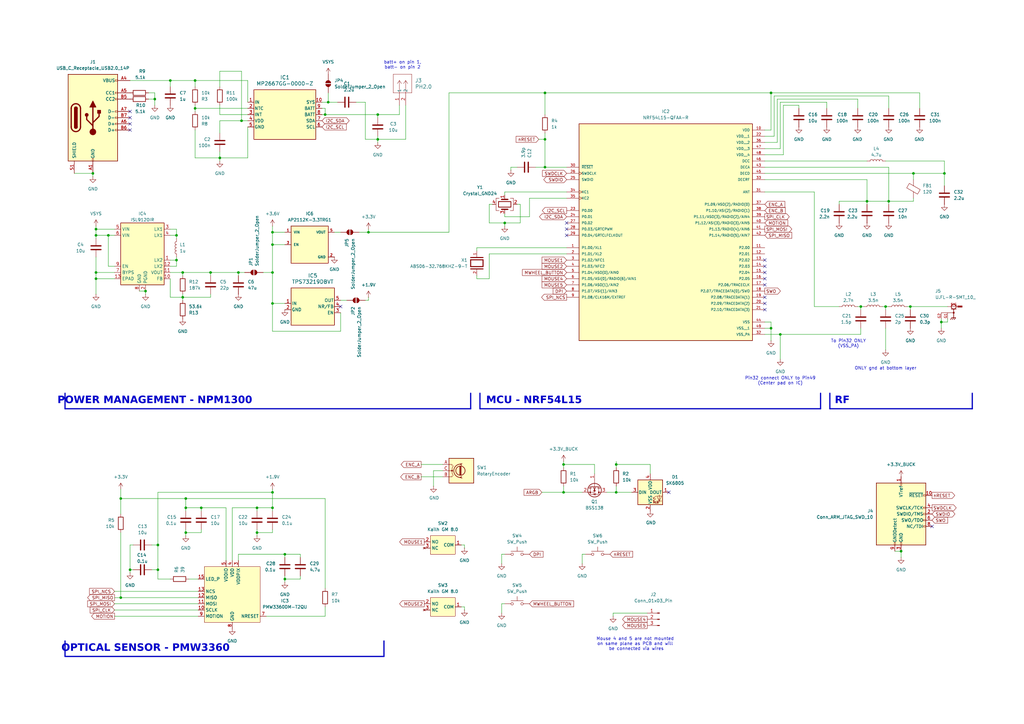
<source format=kicad_sch>
(kicad_sch (version 20231120) (generator "eeschema") (generator_version "8.0")
  (paper "A3")
  (title_block (title "RemmyRF") (date "2025-09-17") (rev "1.0"))
  (junction (at 105.41 208.28))
  (junction (at 105.41 218.44))
  (junction (at 64.77 223.52))
  (junction (at 39.37 111.76))
  (junction (at 64.77 233.68))
  (junction (at 44.45 96.52))
  (junction (at 39.37 114.3))
  (junction (at 364.49 82.55))
  (junction (at 38.1 71.12))
  (junction (at 151.13 95.25))
  (junction (at 49.53 245.11))
  (junction (at 63.5 40.64))
  (junction (at 374.65 71.12))
  (junction (at 316.23 38.1))
  (junction (at 353.06 125.73))
  (junction (at 82.55 208.28))
  (junction (at 97.79 111.76))
  (junction (at 223.52 57.15))
  (junction (at 116.84 237.49))
  (junction (at 111.76 208.28))
  (junction (at 80.01 44.45))
  (junction (at 111.76 100.33))
  (junction (at 116.84 227.33))
  (junction (at 72.39 106.68))
  (junction (at 134.62 41.91))
  (junction (at 231.14 201.93))
  (junction (at 69.85 33.02))
  (junction (at 369.57 226.06))
  (junction (at 355.6 82.55))
  (junction (at 76.2 208.28))
  (junction (at 386.08 132.08))
  (junction (at 316.23 134.62))
  (junction (at 111.76 95.25))
  (junction (at 373.38 125.73))
  (junction (at 133.35 46.99))
  (junction (at 320.04 137.16))
  (junction (at 223.52 68.58))
  (junction (at 53.34 233.68))
  (junction (at 111.76 111.76))
  (junction (at 39.37 93.98))
  (junction (at 49.53 204.47))
  (junction (at 231.14 190.5))
  (junction (at 387.35 71.12))
  (junction (at 76.2 218.44))
  (junction (at 223.52 38.1))
  (junction (at 74.93 121.92))
  (junction (at 154.94 57.15))
  (junction (at 207.01 91.44))
  (junction (at 72.39 96.52))
  (junction (at 76.2 204.47))
  (junction (at 252.73 190.5))
  (junction (at 111.76 201.93))
  (junction (at 99.06 49.53))
  (junction (at 59.69 119.38))
  (junction (at 252.73 201.93))
  (junction (at 363.22 125.73))
  (junction (at 80.01 33.02))
  (junction (at 86.36 111.76))
  (junction (at 154.94 46.99))
  (junction (at 39.37 96.52))
  (junction (at 74.93 111.76))
  (junction (at 111.76 124.46))
  (junction (at 90.17 64.77))
  (no_connect (at 53.34 53.34))
  (no_connect (at 313.69 114.3))
  (no_connect (at 313.69 116.84))
  (no_connect (at 232.41 93.98))
  (no_connect (at 53.34 45.72))
  (no_connect (at 313.69 106.68))
  (no_connect (at 53.34 48.26))
  (no_connect (at 313.69 124.46))
  (no_connect (at 313.69 121.92))
  (no_connect (at 139.7 125.73))
  (no_connect (at 313.69 109.22))
  (no_connect (at 232.41 91.44))
  (no_connect (at 313.69 127))
  (no_connect (at 53.34 50.8))
  (no_connect (at 382.27 215.9))
  (no_connect (at 313.69 111.76))
  (no_connect (at 274.32 201.93))
  (no_connect (at 232.41 96.52))
  (polyline (pts (xy 193.04 167.64) (xy 193.04 161.29)) (stroke (width 0.5)))
  (wire (pts (xy 220.98 57.15) (xy 223.52 57.15)))
  (wire (pts (xy 39.37 96.52) (xy 44.45 96.52)))
  (wire (pts (xy 318.77 58.42) (xy 313.69 58.42)))
  (wire (pts (xy 116.84 227.33) (xy 123.19 227.33)))
  (wire (pts (xy 69.85 121.92) (xy 74.93 121.92)))
  (wire (pts (xy 316.23 53.34) (xy 313.69 53.34)))
  (wire (pts (xy 64.77 201.93) (xy 64.77 223.52)))
  (wire (pts (xy 154.94 46.99) (xy 154.94 48.26)))
  (wire (pts (xy 54.61 233.68) (xy 53.34 233.68)))
  (wire (pts (xy 212.09 83.82) (xy 213.36 83.82)))
  (wire (pts (xy 374.65 71.12) (xy 387.35 71.12)))
  (wire (pts (xy 251.46 251.46) (xy 265.43 251.46)))
  (wire (pts (xy 364.49 39.37) (xy 364.49 44.45)))
  (wire (pts (xy 111.76 200.66) (xy 111.76 201.93)))
  (wire (pts (xy 205.74 231.14) (xy 205.74 227.33)))
  (wire (pts (xy 195.58 101.6) (xy 195.58 102.87)))
  (wire (pts (xy 39.37 114.3) (xy 46.99 114.3)))
  (wire (pts (xy 151.13 95.25) (xy 147.32 95.25)))
  (wire (pts (xy 320.04 41.91) (xy 320.04 60.96)))
  (wire (pts (xy 363.22 143.51) (xy 363.22 134.62)))
  (wire (pts (xy 217.17 88.9) (xy 217.17 81.28)))
  (polyline (pts (xy 26.67 167.64) (xy 193.04 167.64)) (stroke (width 0.5)))
  (wire (pts (xy 133.35 44.45) (xy 133.35 46.99)))
  (wire (pts (xy 151.13 123.19) (xy 149.86 123.19)))
  (polyline (pts (xy 340.36 167.64) (xy 398.78 167.64)) (stroke (width 0.5)))
  (wire (pts (xy 86.36 120.65) (xy 86.36 121.92)))
  (wire (pts (xy 200.66 91.44) (xy 200.66 83.82)))
  (wire (pts (xy 266.7 194.31) (xy 266.7 190.5)))
  (wire (pts (xy 111.76 217.17) (xy 111.76 218.44)))
  (wire (pts (xy 111.76 100.33) (xy 116.84 100.33)))
  (polyline (pts (xy 340.36 161.29) (xy 340.36 167.64)) (stroke (width 0.5)))
  (wire (pts (xy 205.74 247.65) (xy 207.01 247.65)))
  (wire (pts (xy 149.86 41.91) (xy 149.86 57.15)))
  (wire (pts (xy 231.14 189.23) (xy 231.14 190.5)))
  (wire (pts (xy 90.17 43.18) (xy 90.17 46.99)))
  (wire (pts (xy 223.52 57.15) (xy 223.52 68.58)))
  (wire (pts (xy 374.65 71.12) (xy 374.65 73.66)))
  (wire (pts (xy 86.36 111.76) (xy 97.79 111.76)))
  (wire (pts (xy 353.06 125.73) (xy 353.06 127)))
  (wire (pts (xy 105.41 208.28) (xy 95.25 208.28)))
  (wire (pts (xy 53.34 33.02) (xy 69.85 33.02)))
  (wire (pts (xy 133.35 46.99) (xy 154.94 46.99)))
  (wire (pts (xy 111.76 218.44) (xy 105.41 218.44)))
  (wire (pts (xy 184.15 38.1) (xy 223.52 38.1)))
  (wire (pts (xy 80.01 64.77) (xy 90.17 64.77)))
  (wire (pts (xy 207.01 88.9) (xy 217.17 88.9)))
  (wire (pts (xy 82.55 208.28) (xy 92.71 208.28)))
  (wire (pts (xy 386.08 130.81) (xy 386.08 132.08)))
  (wire (pts (xy 69.85 33.02) (xy 69.85 35.56)))
  (wire (pts (xy 133.35 248.92) (xy 133.35 252.73)))
  (wire (pts (xy 133.35 252.73) (xy 109.22 252.73)))
  (wire (pts (xy 60.96 38.1) (xy 63.5 38.1)))
  (wire (pts (xy 243.84 194.31) (xy 243.84 190.5)))
  (wire (pts (xy 57.15 119.38) (xy 59.69 119.38)))
  (wire (pts (xy 46.99 245.11) (xy 49.53 245.11)))
  (wire (pts (xy 39.37 114.3) (xy 39.37 120.65)))
  (wire (pts (xy 39.37 93.98) (xy 39.37 96.52)))
  (wire (pts (xy 59.69 119.38) (xy 59.69 120.65)))
  (wire (pts (xy 90.17 35.56) (xy 90.17 29.21)))
  (wire (pts (xy 154.94 46.99) (xy 163.83 46.99)))
  (wire (pts (xy 231.14 201.93) (xy 238.76 201.93)))
  (wire (pts (xy 134.62 41.91) (xy 138.43 41.91)))
  (wire (pts (xy 111.76 111.76) (xy 111.76 124.46)))
  (wire (pts (xy 344.17 82.55) (xy 355.6 82.55)))
  (wire (pts (xy 344.17 83.82) (xy 344.17 82.55)))
  (wire (pts (xy 69.85 106.68) (xy 72.39 106.68)))
  (wire (pts (xy 377.19 38.1) (xy 377.19 44.45)))
  (wire (pts (xy 177.8 199.39) (xy 177.8 193.04)))
  (wire (pts (xy 92.71 208.28) (xy 92.71 229.87)))
  (wire (pts (xy 334.01 125.73) (xy 344.17 125.73)))
  (wire (pts (xy 205.74 227.33) (xy 207.01 227.33)))
  (wire (pts (xy 62.23 223.52) (xy 64.77 223.52)))
  (wire (pts (xy 101.6 52.07) (xy 101.6 64.77)))
  (wire (pts (xy 213.36 83.82) (xy 213.36 91.44)))
  (wire (pts (xy 80.01 44.45) (xy 80.01 45.72)))
  (wire (pts (xy 374.65 82.55) (xy 364.49 82.55)))
  (wire (pts (xy 82.55 217.17) (xy 82.55 218.44)))
  (wire (pts (xy 74.93 111.76) (xy 74.93 113.03)))
  (wire (pts (xy 44.45 109.22) (xy 46.99 109.22)))
  (wire (pts (xy 74.93 121.92) (xy 74.93 123.19)))
  (wire (pts (xy 154.94 58.42) (xy 154.94 57.15)))
  (wire (pts (xy 172.72 190.5) (xy 181.61 190.5)))
  (wire (pts (xy 111.76 209.55) (xy 111.76 208.28)))
  (wire (pts (xy 321.31 63.5) (xy 313.69 63.5)))
  (wire (pts (xy 154.94 57.15) (xy 154.94 55.88)))
  (wire (pts (xy 49.53 200.66) (xy 49.53 204.47)))
  (wire (pts (xy 133.35 204.47) (xy 133.35 241.3)))
  (wire (pts (xy 351.79 40.64) (xy 351.79 44.45)))
  (wire (pts (xy 252.73 199.39) (xy 252.73 201.93)))
  (wire (pts (xy 316.23 38.1) (xy 377.19 38.1)))
  (wire (pts (xy 373.38 127) (xy 373.38 125.73)))
  (wire (pts (xy 320.04 147.32) (xy 320.04 137.16)))
  (polyline (pts (xy 398.78 167.64) (xy 398.78 161.29)) (stroke (width 0.5)))
  (wire (pts (xy 76.2 208.28) (xy 76.2 209.55)))
  (wire (pts (xy 76.2 217.17) (xy 76.2 218.44)))
  (wire (pts (xy 39.37 93.98) (xy 46.99 93.98)))
  (wire (pts (xy 137.16 95.25) (xy 139.7 95.25)))
  (wire (pts (xy 317.5 39.37) (xy 317.5 55.88)))
  (wire (pts (xy 39.37 92.71) (xy 39.37 93.98)))
  (wire (pts (xy 82.55 209.55) (xy 82.55 208.28)))
  (wire (pts (xy 238.76 231.14) (xy 238.76 227.33)))
  (wire (pts (xy 134.62 38.1) (xy 134.62 41.91)))
  (wire (pts (xy 46.99 242.57) (xy 81.28 242.57)))
  (wire (pts (xy 266.7 190.5) (xy 252.73 190.5)))
  (wire (pts (xy 207.01 91.44) (xy 200.66 91.44)))
  (wire (pts (xy 49.53 218.44) (xy 49.53 245.11)))
  (polyline (pts (xy 26.67 262.89) (xy 26.67 269.24)) (stroke (width 0.5)))
  (wire (pts (xy 90.17 64.77) (xy 90.17 62.23)))
  (wire (pts (xy 219.71 68.58) (xy 223.52 68.58)))
  (wire (pts (xy 81.28 237.49) (xy 77.47 237.49)))
  (wire (pts (xy 105.41 218.44) (xy 105.41 219.71)))
  (wire (pts (xy 46.99 247.65) (xy 81.28 247.65)))
  (wire (pts (xy 320.04 137.16) (xy 353.06 137.16)))
  (wire (pts (xy 90.17 66.04) (xy 90.17 64.77)))
  (wire (pts (xy 313.69 134.62) (xy 316.23 134.62)))
  (wire (pts (xy 72.39 106.68) (xy 72.39 105.41)))
  (wire (pts (xy 69.85 111.76) (xy 74.93 111.76)))
  (wire (pts (xy 313.69 66.04) (xy 355.6 66.04)))
  (wire (pts (xy 184.15 95.25) (xy 184.15 38.1)))
  (wire (pts (xy 353.06 137.16) (xy 353.06 134.62)))
  (wire (pts (xy 316.23 134.62) (xy 316.23 139.7)))
  (wire (pts (xy 363.22 66.04) (xy 387.35 66.04)))
  (wire (pts (xy 316.23 38.1) (xy 316.23 53.34)))
  (wire (pts (xy 97.79 111.76) (xy 97.79 113.03)))
  (wire (pts (xy 123.19 227.33) (xy 123.19 228.6)))
  (wire (pts (xy 76.2 218.44) (xy 76.2 219.71)))
  (wire (pts (xy 72.39 97.79) (xy 72.39 96.52)))
  (wire (pts (xy 177.8 193.04) (xy 181.61 193.04)))
  (wire (pts (xy 97.79 111.76) (xy 100.33 111.76)))
  (wire (pts (xy 53.34 223.52) (xy 53.34 233.68)))
  (wire (pts (xy 72.39 93.98) (xy 72.39 96.52)))
  (wire (pts (xy 388.62 132.08) (xy 386.08 132.08)))
  (wire (pts (xy 252.73 201.93) (xy 259.08 201.93)))
  (wire (pts (xy 111.76 111.76) (xy 107.95 111.76)))
  (wire (pts (xy 90.17 54.61) (xy 90.17 49.53)))
  (wire (pts (xy 132.08 41.91) (xy 134.62 41.91)))
  (wire (pts (xy 207.01 87.63) (xy 207.01 88.9)))
  (wire (pts (xy 90.17 46.99) (xy 101.6 46.99)))
  (wire (pts (xy 200.66 83.82) (xy 201.93 83.82)))
  (wire (pts (xy 64.77 201.93) (xy 111.76 201.93)))
  (wire (pts (xy 53.34 223.52) (xy 54.61 223.52)))
  (wire (pts (xy 363.22 125.73) (xy 363.22 127)))
  (polyline (pts (xy 196.85 167.64) (xy 336.55 167.64)) (stroke (width 0.5)))
  (wire (pts (xy 39.37 111.76) (xy 46.99 111.76)))
  (wire (pts (xy 116.84 227.33) (xy 97.79 227.33)))
  (wire (pts (xy 99.06 29.21) (xy 99.06 49.53)))
  (wire (pts (xy 80.01 43.18) (xy 80.01 44.45)))
  (wire (pts (xy 123.19 236.22) (xy 123.19 237.49)))
  (wire (pts (xy 313.69 68.58) (xy 364.49 68.58)))
  (wire (pts (xy 243.84 190.5) (xy 231.14 190.5)))
  (wire (pts (xy 76.2 204.47) (xy 133.35 204.47)))
  (wire (pts (xy 139.7 123.19) (xy 142.24 123.19)))
  (wire (pts (xy 44.45 96.52) (xy 46.99 96.52)))
  (wire (pts (xy 321.31 43.18) (xy 327.66 43.18)))
  (wire (pts (xy 101.6 33.02) (xy 101.6 41.91)))
  (wire (pts (xy 351.79 125.73) (xy 353.06 125.73)))
  (wire (pts (xy 223.52 38.1) (xy 223.52 46.99)))
  (wire (pts (xy 111.76 208.28) (xy 105.41 208.28)))
  (wire (pts (xy 82.55 218.44) (xy 76.2 218.44)))
  (wire (pts (xy 151.13 93.98) (xy 151.13 95.25)))
  (wire (pts (xy 149.86 57.15) (xy 154.94 57.15)))
  (polyline (pts (xy 336.55 167.64) (xy 336.55 161.29)) (stroke (width 0.5)))
  (wire (pts (xy 251.46 252.73) (xy 251.46 251.46)))
  (wire (pts (xy 195.58 114.3) (xy 200.66 114.3)))
  (wire (pts (xy 320.04 60.96) (xy 313.69 60.96)))
  (wire (pts (xy 369.57 226.06) (xy 369.57 228.6)))
  (wire (pts (xy 207.01 78.74) (xy 232.41 78.74)))
  (wire (pts (xy 363.22 125.73) (xy 364.49 125.73)))
  (wire (pts (xy 213.36 91.44) (xy 207.01 91.44)))
  (wire (pts (xy 72.39 109.22) (xy 72.39 106.68)))
  (wire (pts (xy 223.52 54.61) (xy 223.52 57.15)))
  (wire (pts (xy 149.86 41.91) (xy 146.05 41.91)))
  (wire (pts (xy 74.93 120.65) (xy 74.93 121.92)))
  (wire (pts (xy 151.13 95.25) (xy 184.15 95.25)))
  (wire (pts (xy 90.17 29.21) (xy 99.06 29.21)))
  (wire (pts (xy 38.1 72.39) (xy 38.1 71.12)))
  (wire (pts (xy 355.6 82.55) (xy 364.49 82.55)))
  (wire (pts (xy 373.38 125.73) (xy 372.11 125.73)))
  (wire (pts (xy 327.66 43.18) (xy 327.66 44.45)))
  (wire (pts (xy 80.01 33.02) (xy 101.6 33.02)))
  (wire (pts (xy 353.06 125.73) (xy 354.33 125.73)))
  (wire (pts (xy 116.84 236.22) (xy 116.84 237.49)))
  (wire (pts (xy 64.77 237.49) (xy 69.85 237.49)))
  (wire (pts (xy 387.35 66.04) (xy 387.35 71.12)))
  (wire (pts (xy 364.49 83.82) (xy 364.49 82.55)))
  (wire (pts (xy 318.77 40.64) (xy 318.77 58.42)))
  (wire (pts (xy 69.85 109.22) (xy 72.39 109.22)))
  (wire (pts (xy 320.04 41.91) (xy 339.09 41.91)))
  (wire (pts (xy 166.37 57.15) (xy 154.94 57.15)))
  (wire (pts (xy 172.72 195.58) (xy 181.61 195.58)))
  (wire (pts (xy 223.52 38.1) (xy 316.23 38.1)))
  (wire (pts (xy 313.69 71.12) (xy 374.65 71.12)))
  (wire (pts (xy 195.58 113.03) (xy 195.58 114.3)))
  (polyline (pts (xy 157.48 269.24) (xy 157.48 262.89)) (stroke (width 0.5)))
  (wire (pts (xy 46.99 252.73) (xy 81.28 252.73)))
  (wire (pts (xy 318.77 40.64) (xy 351.79 40.64)))
  (wire (pts (xy 317.5 55.88) (xy 313.69 55.88)))
  (wire (pts (xy 46.99 250.19) (xy 81.28 250.19)))
  (wire (pts (xy 80.01 53.34) (xy 80.01 64.77)))
  (wire (pts (xy 74.93 111.76) (xy 86.36 111.76)))
  (polyline (pts (xy 26.67 161.29) (xy 26.67 167.64)) (stroke (width 0.5)))
  (wire (pts (xy 111.76 100.33) (xy 111.76 111.76)))
  (wire (pts (xy 238.76 227.33) (xy 240.03 227.33)))
  (wire (pts (xy 166.37 43.18) (xy 166.37 57.15)))
  (wire (pts (xy 217.17 81.28) (xy 232.41 81.28)))
  (wire (pts (xy 387.35 71.12) (xy 387.35 76.2)))
  (wire (pts (xy 200.66 104.14) (xy 232.41 104.14)))
  (wire (pts (xy 339.09 41.91) (xy 339.09 44.45)))
  (wire (pts (xy 321.31 43.18) (xy 321.31 63.5)))
  (wire (pts (xy 189.23 223.52) (xy 190.5 223.52)))
  (wire (pts (xy 190.5 248.92) (xy 190.5 250.19)))
  (wire (pts (xy 316.23 132.08) (xy 313.69 132.08)))
  (wire (pts (xy 76.2 204.47) (xy 76.2 208.28)))
  (wire (pts (xy 105.41 208.28) (xy 105.41 209.55)))
  (wire (pts (xy 53.34 234.95) (xy 53.34 233.68)))
  (wire (pts (xy 163.83 46.99) (xy 163.83 43.18)))
  (wire (pts (xy 63.5 40.64) (xy 63.5 43.18)))
  (wire (pts (xy 313.69 73.66) (xy 355.6 73.66)))
  (wire (pts (xy 355.6 82.55) (xy 355.6 83.82)))
  (wire (pts (xy 90.17 64.77) (xy 101.6 64.77)))
  (wire (pts (xy 231.14 191.77) (xy 231.14 190.5)))
  (wire (pts (xy 139.7 128.27) (xy 139.7 135.89)))
  (wire (pts (xy 252.73 190.5) (xy 252.73 191.77)))
  (wire (pts (xy 231.14 199.39) (xy 231.14 201.93)))
  (wire (pts (xy 69.85 93.98) (xy 72.39 93.98)))
  (wire (pts (xy 190.5 223.52) (xy 190.5 224.79)))
  (wire (pts (xy 39.37 111.76) (xy 39.37 114.3)))
  (wire (pts (xy 111.76 124.46) (xy 116.84 124.46)))
  (wire (pts (xy 111.76 124.46) (xy 111.76 135.89)))
  (wire (pts (xy 207.01 92.71) (xy 207.01 91.44)))
  (wire (pts (xy 116.84 228.6) (xy 116.84 227.33)))
  (wire (pts (xy 95.25 208.28) (xy 95.25 229.87)))
  (wire (pts (xy 388.62 130.81) (xy 388.62 132.08)))
  (wire (pts (xy 90.17 49.53) (xy 99.06 49.53)))
  (wire (pts (xy 80.01 33.02) (xy 80.01 35.56)))
  (wire (pts (xy 317.5 39.37) (xy 364.49 39.37)))
  (wire (pts (xy 373.38 125.73) (xy 388.62 125.73)))
  (wire (pts (xy 49.53 204.47) (xy 49.53 210.82)))
  (wire (pts (xy 133.35 46.99) (xy 132.08 46.99)))
  (wire (pts (xy 116.84 237.49) (xy 116.84 238.76)))
  (wire (pts (xy 76.2 208.28) (xy 82.55 208.28)))
  (wire (pts (xy 86.36 111.76) (xy 86.36 113.03)))
  (wire (pts (xy 30.48 71.12) (xy 38.1 71.12)))
  (wire (pts (xy 123.19 237.49) (xy 116.84 237.49)))
  (wire (pts (xy 111.76 95.25) (xy 111.76 100.33)))
  (wire (pts (xy 222.25 201.93) (xy 231.14 201.93)))
  (wire (pts (xy 39.37 96.52) (xy 39.37 97.79)))
  (wire (pts (xy 44.45 109.22) (xy 44.45 96.52)))
  (wire (pts (xy 80.01 44.45) (xy 101.6 44.45)))
  (wire (pts (xy 313.69 78.74) (xy 334.01 78.74)))
  (wire (pts (xy 316.23 132.08) (xy 316.23 134.62)))
  (wire (pts (xy 223.52 68.58) (xy 232.41 68.58)))
  (wire (pts (xy 200.66 114.3) (xy 200.66 104.14)))
  (wire (pts (xy 209.55 69.85) (xy 209.55 68.58)))
  (wire (pts (xy 207.01 80.01) (xy 207.01 78.74)))
  (wire (pts (xy 64.77 223.52) (xy 64.77 233.68)))
  (wire (pts (xy 60.96 40.64) (xy 63.5 40.64)))
  (wire (pts (xy 205.74 251.46) (xy 205.74 247.65)))
  (wire (pts (xy 72.39 96.52) (xy 69.85 96.52)))
  (wire (pts (xy 132.08 44.45) (xy 133.35 44.45)))
  (wire (pts (xy 69.85 33.02) (xy 80.01 33.02)))
  (wire (pts (xy 49.53 245.11) (xy 81.28 245.11)))
  (wire (pts (xy 189.23 248.92) (xy 190.5 248.92)))
  (wire (pts (xy 209.55 68.58) (xy 212.09 68.58)))
  (wire (pts (xy 232.41 101.6) (xy 195.58 101.6)))
  (wire (pts (xy 49.53 204.47) (xy 76.2 204.47)))
  (wire (pts (xy 105.41 217.17) (xy 105.41 218.44)))
  (wire (pts (xy 64.77 233.68) (xy 64.77 237.49)))
  (wire (pts (xy 313.69 137.16) (xy 320.04 137.16)))
  (wire (pts (xy 111.76 92.71) (xy 111.76 95.25)))
  (wire (pts (xy 355.6 73.66) (xy 355.6 82.55)))
  (polyline (pts (xy 196.85 161.29) (xy 196.85 167.64)) (stroke (width 0.5)))
  (wire (pts (xy 364.49 82.55) (xy 364.49 68.58)))
  (wire (pts (xy 367.03 226.06) (xy 369.57 226.06)))
  (wire (pts (xy 99.06 49.53) (xy 101.6 49.53)))
  (wire (pts (xy 111.76 201.93) (xy 111.76 208.28)))
  (wire (pts (xy 111.76 135.89) (xy 139.7 135.89)))
  (wire (pts (xy 63.5 38.1) (xy 63.5 40.64)))
  (wire (pts (xy 62.23 233.68) (xy 64.77 233.68)))
  (wire (pts (xy 97.79 227.33) (xy 97.79 229.87)))
  (wire (pts (xy 151.13 121.92) (xy 151.13 123.19)))
  (wire (pts (xy 74.93 121.92) (xy 86.36 121.92)))
  (wire (pts (xy 111.76 95.25) (xy 116.84 95.25)))
  (wire (pts (xy 248.92 201.93) (xy 252.73 201.93)))
  (wire (pts (xy 252.73 189.23) (xy 252.73 190.5)))
  (wire (pts (xy 69.85 114.3) (xy 69.85 121.92)))
  (wire (pts (xy 374.65 81.28) (xy 374.65 82.55)))
  (wire (pts (xy 386.08 132.08) (xy 386.08 134.62)))
  (wire (pts (xy 361.95 125.73) (xy 363.22 125.73)))
  (wire (pts (xy 39.37 105.41) (xy 39.37 111.76)))
  (polyline (pts (xy 26.67 269.24) (xy 157.48 269.24)) (stroke (width 0.5)))
  (wire (pts (xy 334.01 78.74) (xy 334.01 125.73)))
  (text "ONLY gnd at bottom layer" (at 363.22 151.13 0) (effects (font (size 1.27 1.27))))
  (text "OPTICAL SENSOR - PMW3360" (at 59.69 266.7 0) (effects (font (size 3 3) (bold yes))))
  (text "RF" (at 345.44 165.1 0) (effects (font (size 3 3) (bold yes))))
  (text "Pin32 connect ONLY to Pin49\n(Center pad on IC)" (at 320.04 156.21 0) (effects (font (size 1.27 1.27))))
  (text "batt+ on pin 1,\nbatt- on pin 2" (at 165.1 26.67 0) (effects (font (size 1.27 1.27))))
  (text "To Pin32 ONLY\n(VSS_PA)" (at 347.98 140.97 0) (effects (font (size 1.27 1.27))))
  (text "POWER MANAGEMENT - NPM1300" (at 63.5 165.1 0) (effects (font (size 3 3) (bold yes))))
  (text "Mouse 4 and 5 are not mounted \non same plane as PCB and will \nbe connected via wires" (at 260.985 264.16 0) (effects (font (size 1.27 1.27))))
  (text "MCU - NRF54L15" (at 199.39 165.1 0) (effects (font (size 3 3) (bold yes)) (justify left)))
  (global_label "ARGB" (shape input) (at 222.25 201.93 180) (property "Intersheetrefs" "${INTERSHEET_REFS}" (effects (hide yes))))
  (global_label "DPI" (shape input) (at 217.17 227.33 0) (property "Intersheetrefs" "${INTERSHEET_REFS}" (effects (hide yes))))
  (global_label "SWDIO" (shape bidirectional) (at 232.41 73.66 180) (property "Intersheetrefs" "${INTERSHEET_REFS}" (effects (hide yes))))
  (global_label "MOUSE1" (shape output) (at 173.99 222.25 180) (property "Intersheetrefs" "${INTERSHEET_REFS}" (effects (hide yes))))
  (global_label "SPI_MISO" (shape input) (at 313.69 96.52 0) (property "Intersheetrefs" "${INTERSHEET_REFS}" (effects (hide yes))))
  (global_label "SWDIO" (shape bidirectional) (at 382.27 210.82 0) (property "Intersheetrefs" "${INTERSHEET_REFS}" (effects (hide yes))))
  (global_label "ENC_B" (shape input) (at 313.69 86.36 0) (property "Intersheetrefs" "${INTERSHEET_REFS}" (effects (hide yes))))
  (global_label "MWHEEL_BUTTON" (shape input) (at 217.17 247.65 0) (property "Intersheetrefs" "${INTERSHEET_REFS}" (effects (hide yes))))
  (global_label "I2C_SDA" (shape bidirectional) (at 132.08 49.53 0) (property "Intersheetrefs" "${INTERSHEET_REFS}" (effects (hide yes))))
  (global_label "MWHEEL_BUTTON" (shape input) (at 232.41 111.76 180) (property "Intersheetrefs" "${INTERSHEET_REFS}" (effects (hide yes))))
  (global_label "MOUSE4" (shape output) (at 265.43 254 180) (property "Intersheetrefs" "${INTERSHEET_REFS}" (effects (hide yes))))
  (global_label "SWO" (shape output) (at 313.69 119.38 0) (property "Intersheetrefs" "${INTERSHEET_REFS}" (effects (hide yes))))
  (global_label "MOUSE4" (shape input) (at 232.41 114.3 180) (property "Intersheetrefs" "${INTERSHEET_REFS}" (effects (hide yes))))
  (global_label "nRESET" (shape output) (at 382.27 203.2 0) (property "Intersheetrefs" "${INTERSHEET_REFS}" (effects (hide yes))))
  (global_label "SPI_MISO" (shape output) (at 46.99 245.11 180) (property "Intersheetrefs" "${INTERSHEET_REFS}" (effects (hide yes))))
  (global_label "SPI_MOSI" (shape output) (at 313.69 93.98 0) (property "Intersheetrefs" "${INTERSHEET_REFS}" (effects (hide yes))))
  (global_label "nRESET" (shape input) (at 250.19 227.33 0) (property "Intersheetrefs" "${INTERSHEET_REFS}" (effects (hide yes))))
  (global_label "MOUSE5" (shape input) (at 232.41 116.84 180) (property "Intersheetrefs" "${INTERSHEET_REFS}" (effects (hide yes))))
  (global_label "MOUSE1" (shape input) (at 232.41 106.68 180) (property "Intersheetrefs" "${INTERSHEET_REFS}" (effects (hide yes))))
  (global_label "MOTION" (shape input) (at 313.69 91.44 0) (property "Intersheetrefs" "${INTERSHEET_REFS}" (effects (hide yes))))
  (global_label "MOUSE2" (shape input) (at 232.41 109.22 180) (property "Intersheetrefs" "${INTERSHEET_REFS}" (effects (hide yes))))
  (global_label "SWO" (shape input) (at 382.27 213.36 0) (property "Intersheetrefs" "${INTERSHEET_REFS}" (effects (hide yes))))
  (global_label "SPI_MOSI" (shape input) (at 46.99 247.65 180) (property "Intersheetrefs" "${INTERSHEET_REFS}" (effects (hide yes))))
  (global_label "ENC_B" (shape output) (at 172.72 195.58 180) (property "Intersheetrefs" "${INTERSHEET_REFS}" (effects (hide yes))))
  (global_label "SPI_NCS" (shape output) (at 232.41 121.92 180) (property "Intersheetrefs" "${INTERSHEET_REFS}" (effects (hide yes))))
  (global_label "I2C_SCL" (shape output) (at 232.41 86.36 180) (property "Intersheetrefs" "${INTERSHEET_REFS}" (effects (hide yes))))
  (global_label "SPI_CLK" (shape input) (at 46.99 250.19 180) (property "Intersheetrefs" "${INTERSHEET_REFS}" (effects (hide yes))))
  (global_label "MOTION" (shape output) (at 46.99 252.73 180) (property "Intersheetrefs" "${INTERSHEET_REFS}" (effects (hide yes))))
  (global_label "SWDCLK" (shape output) (at 382.27 208.28 0) (property "Intersheetrefs" "${INTERSHEET_REFS}" (effects (hide yes))))
  (global_label "ENC_A" (shape output) (at 172.72 190.5 180) (property "Intersheetrefs" "${INTERSHEET_REFS}" (effects (hide yes))))
  (global_label "DPI" (shape input) (at 232.41 119.38 180) (property "Intersheetrefs" "${INTERSHEET_REFS}" (effects (hide yes))))
  (global_label "MOUSE5" (shape output) (at 265.43 256.54 180) (property "Intersheetrefs" "${INTERSHEET_REFS}" (effects (hide yes))))
  (global_label "I2C_SCL" (shape input) (at 132.08 52.07 0) (property "Intersheetrefs" "${INTERSHEET_REFS}" (effects (hide yes))))
  (global_label "ENC_A" (shape input) (at 313.69 83.82 0) (property "Intersheetrefs" "${INTERSHEET_REFS}" (effects (hide yes))))
  (global_label "nRESET" (shape input) (at 220.98 57.15 180) (property "Intersheetrefs" "${INTERSHEET_REFS}" (effects (hide yes))))
  (global_label "SWDCLK" (shape input) (at 232.41 71.12 180) (property "Intersheetrefs" "${INTERSHEET_REFS}" (effects (hide yes))))
  (global_label "SPI_NCS" (shape input) (at 46.99 242.57 180) (property "Intersheetrefs" "${INTERSHEET_REFS}" (effects (hide yes))))
  (global_label "I2C_SDA" (shape bidirectional) (at 232.41 88.9 180) (property "Intersheetrefs" "${INTERSHEET_REFS}" (effects (hide yes))))
  (global_label "SPI_CLK" (shape output) (at 313.69 88.9 0) (property "Intersheetrefs" "${INTERSHEET_REFS}" (effects (hide yes))))
  (global_label "MOUSE2" (shape output) (at 173.99 247.65 180) (property "Intersheetrefs" "${INTERSHEET_REFS}" (effects (hide yes))))
  (symbol (lib_id "power:+3.3V") (at 134.62 30.48 0) (unit 1)
    (property "Reference" "#PWR05" (effects (hide yes)))
    (property "Value" "VSYS" (at 134.62 25.4 0))
    (property "Description" "Power symbol creates a global label with name \"+3.3V\"" (effects (hide yes)))
  )
  (symbol (lib_id "Device:C") (at 377.19 48.26 0) (unit 1)
    (property "Reference" "C31" (at 383.54 46.99 0))
    (property "Value" "100n" (at 383.54 49.53 0))
    (property "Footprint" "Capacitor_SMD:C_0402_1005Metric_Pad0.74x0.62mm_HandSolder" (effects (hide yes)))
    (property "Description" "Unpolarized capacitor" (effects (hide yes)))
    (property "Link" "https://www.digikey.ca/en/products/detail/samsung-electro-mechanics/CL05B104KP5NNNC/3886660" (effects (hide yes)))
  )
  (symbol (lib_id "Custom_sym:ISL9120IR") (at 58.42 104.14 0) (unit 1)
    (property "Reference" "IC4" (at 58.42 87.63 0))
    (property "Value" "ISL9120IR" (at 58.42 90.17 0))
    (property "Description" "Compact High Efficiency Low Power Buck-Boost Regulator" (effects (hide yes)))
  )
  (symbol (lib_id "power:GND") (at 97.79 120.65 0) (unit 1)
    (property "Reference" "#PWR015" (effects (hide yes)))
    (property "Value" "GND" (at 97.79 125.73 0))
    (property "Description" "Power symbol creates a global label with name \"GND\" , ground" (effects (hide yes)))
  )
  (symbol (lib_id "power:+3.3V") (at 111.76 92.71 0) (unit 1)
    (property "Reference" "#PWR019" (effects (hide yes)))
    (property "Value" "+3.6V" (at 111.76 87.63 0))
    (property "Description" "Power symbol creates a global label with name \"+3.3V\"" (effects (hide yes)))
  )
  (symbol (lib_id "Device:C") (at 69.85 39.37 0) (unit 1)
    (property "Reference" "C7" (at 73.66 38.0999 0) (effects (justify left)))
    (property "Value" "1u" (at 73.66 40.6399 0) (effects (justify left)))
    (property "Footprint" "Capacitor_SMD:C_0603_1608Metric_Pad1.08x0.95mm_HandSolder" (effects (hide yes)))
    (property "Description" "Unpolarized capacitor" (effects (hide yes)))
  )
  (symbol (lib_id "power:GND") (at 251.46 252.73 0) (unit 1)
    (property "Reference" "#PWR02" (effects (hide yes)))
    (property "Value" "GND" (at 251.46 257.81 0))
    (property "Description" "Power symbol creates a global label with name \"GND\" , ground" (effects (hide yes)))
  )
  (symbol (lib_id "Device:C") (at 39.37 101.6 180) (unit 1)
    (property "Reference" "C4" (at 33.02 100.33 0))
    (property "Value" "10u" (at 33.02 102.87 0))
    (property "Footprint" "Capacitor_SMD:C_0805_2012Metric_Pad1.18x1.45mm_HandSolder" (effects (hide yes)))
    (property "Description" "Unpolarized capacitor" (effects (hide yes)))
  )
  (symbol (lib_id "Device:C") (at 364.49 48.26 0) (unit 1)
    (property "Reference" "C26" (at 370.84 46.99 0))
    (property "Value" "100n" (at 370.84 49.53 0))
    (property "Footprint" "Capacitor_SMD:C_0402_1005Metric_Pad0.74x0.62mm_HandSolder" (effects (hide yes)))
    (property "Description" "Unpolarized capacitor" (effects (hide yes)))
    (property "Link" "https://www.digikey.ca/en/products/detail/samsung-electro-mechanics/CL05B104KP5NNNC/3886660" (effects (hide yes)))
  )
  (symbol (lib_id "power:GND") (at 344.17 91.44 0) (unit 1)
    (property "Reference" "#PWR045" (effects (hide yes)))
    (property "Value" "GND" (at 344.17 96.52 0))
    (property "Description" "Power symbol creates a global label with name \"GND\" , ground" (effects (hide yes)))
  )
  (symbol (lib_id "power:GND") (at 327.66 52.07 0) (unit 1)
    (property "Reference" "#PWR041" (effects (hide yes)))
    (property "Value" "GND" (at 327.66 57.15 0))
    (property "Description" "Power symbol creates a global label with name \"GND\" , ground" (effects (hide yes)))
  )
  (symbol (lib_id "power:GND") (at 63.5 43.18 0) (unit 1)
    (property "Reference" "#PWR021" (effects (hide yes)))
    (property "Value" "GND" (at 63.5 48.26 0))
    (property "Description" "Power symbol creates a global label with name \"GND\" , ground" (effects (hide yes)))
  )
  (symbol (lib_id "Switch:SW_Push") (at 212.09 227.33 0) (unit 1)
    (property "Reference" "SW4" (at 212.09 219.71 0))
    (property "Value" "SW_Push" (at 212.09 222.25 0))
    (property "Footprint" "Imported_FP:R-667_MIT" (effects (hide yes)))
    (property "Description" "Push button switch, generic, two pins" (effects (hide yes)))
  )
  (symbol (lib_id "Device:R") (at 57.15 38.1 90) (unit 1)
    (property "Reference" "R9" (at 59.69 29.21 90) (effects (justify left)))
    (property "Value" "5.1k" (at 59.69 31.75 90) (effects (justify left)))
    (property "Footprint" "Resistor_SMD:R_0402_1005Metric_Pad0.72x0.64mm_HandSolder" (effects (hide yes)))
    (property "Description" "Resistor" (effects (hide yes)))
  )
  (symbol (lib_id "Device:L") (at 72.39 101.6 180) (unit 1)
    (property "Reference" "L1" (at 73.66 100.3299 0) (effects (justify right)))
    (property "Value" "1u" (at 73.66 102.8699 0) (effects (justify right)))
    (property "Description" "Inductor" (effects (hide yes)))
  )
  (symbol (lib_id "Jumper:SolderJumper_2_Open") (at 104.14 111.76 180) (unit 1) (exclude_from_sim yes) (in_bom no)
    (property "Reference" "JP1" (at 102.8699 109.22 90) (effects (justify right)))
    (property "Value" "SolderJumper_2_Open" (at 105.4099 109.22 90) (effects (justify right)))
    (property "Footprint" "Jumper:SolderJumper-2_P1.3mm_Open_RoundedPad1.0x1.5mm" (effects (hide yes)))
    (property "Description" "Solder Jumper, 2-pole, open" (effects (hide yes)))
  )
  (symbol (lib_id "Device:C") (at 353.06 130.81 0) (mirror y) (unit 1)
    (property "Reference" "C21" (at 349.25 129.5399 0) (effects (justify left)))
    (property "Value" "1.5p" (at 349.25 132.0799 0) (effects (justify left)))
    (property "Footprint" "Capacitor_SMD:C_0201_0603Metric_Pad0.64x0.40mm_HandSolder" (effects (hide yes)))
    (property "Description" "Unpolarized capacitor" (effects (hide yes)))
    (property "Link" "https://www.digikey.ca/en/products/detail/murata-electronics/GRM0335C1E1R5WA01D/11618780" (effects (hide yes)))
  )
  (symbol (lib_id "power:GND") (at 209.55 69.85 0) (unit 1)
    (property "Reference" "#PWR032" (effects (hide yes)))
    (property "Value" "GND" (at 209.55 74.93 0))
    (property "Description" "Power symbol creates a global label with name \"GND\" , ground" (effects (hide yes)))
  )
  (symbol (lib_id "power:GND") (at 355.6 91.44 0) (unit 1)
    (property "Reference" "#PWR048" (effects (hide yes)))
    (property "Value" "GND" (at 355.6 96.52 0))
    (property "Description" "Power symbol creates a global label with name \"GND\" , ground" (effects (hide yes)))
  )
  (symbol (lib_id "Device:L") (at 368.3 125.73 90) (unit 1)
    (property "Reference" "L5" (at 368.3 120.65 90))
    (property "Value" "3.5n" (at 368.3 123.19 90))
    (property "Footprint" "Inductor_SMD:L_0201_0603Metric_Pad0.64x0.40mm_HandSolder" (effects (hide yes)))
    (property "Description" "Inductor" (effects (hide yes)))
    (property "Link" "https://www.digikey.ca/en/products/detail/pulse-electronics/BSPQ000603043N5B00/16674998" (effects (hide yes)))
  )
  (symbol (lib_id "Device:R") (at 74.93 116.84 0) (unit 1)
    (property "Reference" "R12" (at 77.47 115.5699 0) (effects (justify left)))
    (property "Value" "187k" (at 77.47 118.1099 0) (effects (justify left)))
    (property "Description" "Resistor" (effects (hide yes)))
  )
  (symbol (lib_id "power:GND") (at 363.22 143.51 0) (unit 1)
    (property "Reference" "#PWR050" (effects (hide yes)))
    (property "Value" "GND" (at 363.22 148.59 0))
    (property "Description" "Power symbol creates a global label with name \"GND\" , ground" (effects (hide yes)))
  )
  (symbol (lib_id "Device:R") (at 133.35 245.11 0) (unit 1)
    (property "Reference" "R7" (at 135.89 243.8399 0) (effects (justify left)))
    (property "Value" "10k" (at 135.89 246.3799 0) (effects (justify left)))
    (property "Footprint" "Resistor_SMD:R_0402_1005Metric_Pad0.72x0.64mm_HandSolder" (effects (hide yes)))
    (property "Description" "Resistor" (effects (hide yes)))
  )
  (symbol (lib_id "power:GND") (at 177.8 199.39 0) (mirror y) (unit 1)
    (property "Reference" "#PWR03" (effects (hide yes)))
    (property "Value" "GND" (at 178.054 204.216 0))
    (property "Description" "Power symbol creates a global label with name \"GND\" , ground" (effects (hide yes)))
  )
  (symbol (lib_id "Jumper:SolderJumper_2_Open") (at 146.05 123.19 0) (mirror y) (unit 1) (exclude_from_sim yes) (in_bom no)
    (property "Reference" "JP2" (at 144.7799 125.73 90) (effects (justify right)))
    (property "Value" "SolderJumper_2_Open" (at 147.3199 125.73 90) (effects (justify right)))
    (property "Footprint" "Jumper:SolderJumper-2_P1.3mm_Open_RoundedPad1.0x1.5mm" (effects (hide yes)))
    (property "Description" "Solder Jumper, 2-pole, open" (effects (hide yes)))
  )
  (symbol (lib_id "Device:RotaryEncoder") (at 189.23 193.04 0) (unit 1)
    (property "Reference" "SW1" (at 195.58 191.7699 0) (effects (justify left)))
    (property "Value" "RotaryEncoder" (at 195.58 194.3099 0) (effects (justify left)))
    (property "Footprint" "Custom_FP:Encoder_TTC_Silver" (effects (hide yes)))
    (property "Description" "Rotary encoder, dual channel, incremental quadrate outputs" (effects (hide yes)))
  )
  (symbol (lib_id "power:+3.3V") (at 369.57 195.58 0) (unit 1)
    (property "Reference" "#PWR033" (effects (hide yes)))
    (property "Value" "+3.3V_BUCK" (at 369.57 190.5 0))
    (property "Description" "Power symbol creates a global label with name \"+3.3V\"" (effects (hide yes)))
  )
  (symbol (lib_id "power:GND") (at 76.2 219.71 0) (mirror y) (unit 1)
    (property "Reference" "#PWR040" (effects (hide yes)))
    (property "Value" "GND" (at 76.2 224.79 0))
    (property "Description" "Power symbol creates a global label with name \"GND\" , ground" (effects (hide yes)))
  )
  (symbol (lib_id "Transistor_FET:BSS138") (at 243.84 199.39 270) (unit 1)
    (property "Reference" "Q1" (at 243.84 205.74 90))
    (property "Value" "BSS138" (at 243.84 208.28 90))
    (property "Footprint" "Package_TO_SOT_SMD:SOT-23" (effects (hide yes)))
    (property "Datasheet" "https://www.onsemi.com/pub/Collateral/BSS138-D.PDF" (effects (hide yes)))
    (property "Description" "50V Vds, 0.22A Id, N-Channel MOSFET, SOT-23" (effects (hide yes)))
  )
  (symbol (lib_id "power:GND") (at 320.04 147.32 0) (unit 1)
    (property "Reference" "#PWR042" (effects (hide yes)))
    (property "Value" "GND" (at 320.04 152.4 0))
    (property "Description" "Power symbol creates a global label with name \"GND\" , ground" (effects (hide yes)))
  )
  (symbol (lib_id "power:GND") (at 190.5 250.19 0) (unit 1)
    (property "Reference" "#PWR013" (effects (hide yes)))
    (property "Value" "GND" (at 190.5 255.27 0))
    (property "Description" "Power symbol creates a global label with name \"GND\" , ground" (effects (hide yes)))
  )
  (symbol (lib_id "power:+3.3V") (at 49.53 200.66 0) (unit 1)
    (property "Reference" "#PWR030" (effects (hide yes)))
    (property "Value" "+3.3V" (at 49.53 195.58 0))
    (property "Description" "Power symbol creates a global label with name \"+3.3V\"" (effects (hide yes)))
  )
  (symbol (lib_id "Device:C") (at 86.36 116.84 0) (unit 1)
    (property "Reference" "C5" (at 90.17 115.5699 0) (effects (justify left)))
    (property "Value" "22p" (at 90.17 118.1099 0) (effects (justify left)))
    (property "Description" "Unpolarized capacitor" (effects (hide yes)))
  )
  (symbol (lib_id "power:GND") (at 38.1 72.39 0) (unit 1)
    (property "Reference" "#PWR01" (effects (hide yes)))
    (property "Value" "GND" (at 38.1 77.47 0))
    (property "Description" "Power symbol creates a global label with name \"GND\" , ground" (effects (hide yes)))
  )
  (symbol (lib_id "Device:C") (at 142.24 41.91 270) (mirror x) (unit 1)
    (property "Reference" "C1" (at 140.97 34.29 90) (effects (justify left)))
    (property "Value" "2.2u" (at 140.97 36.83 90) (effects (justify left)))
    (property "Footprint" "Capacitor_SMD:C_0402_1005Metric_Pad0.74x0.62mm_HandSolder" (effects (hide yes)))
    (property "Description" "Unpolarized capacitor" (effects (hide yes)))
  )
  (symbol (lib_id "power:GND") (at 116.84 238.76 0) (mirror y) (unit 1)
    (property "Reference" "#PWR053" (effects (hide yes)))
    (property "Value" "GND" (at 116.84 243.84 0))
    (property "Description" "Power symbol creates a global label with name \"GND\" , ground" (effects (hide yes)))
  )
  (symbol (lib_id "Device:C") (at 105.41 213.36 0) (mirror y) (unit 1)
    (property "Reference" "C22" (at 101.6 212.0899 0) (effects (justify left)))
    (property "Value" "10u" (at 101.6 214.6299 0) (effects (justify left)))
    (property "Footprint" "Capacitor_SMD:C_0805_2012Metric_Pad1.18x1.45mm_HandSolder" (effects (hide yes)))
    (property "Description" "Unpolarized capacitor" (effects (hide yes)))
  )
  (symbol (lib_id "power:+3.3V") (at 231.14 189.23 0) (unit 1)
    (property "Reference" "#PWR04" (effects (hide yes)))
    (property "Value" "+3.3V_BUCK" (at 231.14 184.15 0))
    (property "Description" "Power symbol creates a global label with name \"+3.3V\"" (effects (hide yes)))
  )
  (symbol (lib_id "power:GND") (at 74.93 130.81 0) (unit 1)
    (property "Reference" "#PWR014" (effects (hide yes)))
    (property "Value" "GND" (at 74.93 135.89 0))
    (property "Description" "Power symbol creates a global label with name \"GND\" , ground" (effects (hide yes)))
  )
  (symbol (lib_id "power:GND") (at 154.94 58.42 0) (unit 1)
    (property "Reference" "#PWR018" (effects (hide yes)))
    (property "Value" "GND" (at 154.94 63.5 0))
    (property "Description" "Power symbol creates a global label with name \"GND\" , ground" (effects (hide yes)))
  )
  (symbol (lib_id "Device:C") (at 76.2 213.36 0) (mirror y) (unit 1)
    (property "Reference" "C15" (at 72.39 212.0899 0) (effects (justify left)))
    (property "Value" "0.1u" (at 72.39 214.6299 0) (effects (justify left)))
    (property "Footprint" "Capacitor_SMD:C_0402_1005Metric_Pad0.74x0.62mm_HandSolder" (effects (hide yes)))
    (property "Description" "Unpolarized capacitor" (effects (hide yes)))
  )
  (symbol (lib_id "power:GND") (at 377.19 52.07 0) (unit 1)
    (property "Reference" "#PWR055" (effects (hide yes)))
    (property "Value" "GND" (at 379.095 57.15 0) (effects (justify right)))
    (property "Description" "Power symbol creates a global label with name \"GND\" , ground" (effects (hide yes)))
  )
  (symbol (lib_id "Device:C") (at 111.76 213.36 0) (unit 1)
    (property "Reference" "C24" (at 115.57 212.0899 0) (effects (justify left)))
    (property "Value" "0.1u" (at 115.57 214.6299 0) (effects (justify left)))
    (property "Footprint" "Capacitor_SMD:C_0402_1005Metric_Pad0.74x0.62mm_HandSolder" (effects (hide yes)))
    (property "Description" "Unpolarized capacitor" (effects (hide yes)))
  )
  (symbol (lib_id "Device:C") (at 373.38 130.81 0) (unit 1)
    (property "Reference" "C30" (at 377.19 129.5399 0) (effects (justify left)))
    (property "Value" "0.3p" (at 377.19 132.0799 0) (effects (justify left)))
    (property "Footprint" "Capacitor_SMD:C_0402_1005Metric_Pad0.74x0.62mm_HandSolder" (effects (hide yes)))
    (property "Description" "Unpolarized capacitor" (effects (hide yes)))
    (property "Link" "https://www.digikey.ca/en/products/detail/murata-electronics/GJM1555C1HR30WB01D/2593245" (effects (hide yes)))
  )
  (symbol (lib_id "Device:R") (at 252.73 195.58 0) (unit 1)
    (property "Reference" "R2" (at 255.27 194.3099 0) (effects (justify left)))
    (property "Value" "10k" (at 255.27 196.8499 0) (effects (justify left)))
    (property "Footprint" "Resistor_SMD:R_0402_1005Metric_Pad0.72x0.64mm_HandSolder" (effects (hide yes)))
    (property "Description" "Resistor" (effects (hide yes)))
  )
  (symbol (lib_id "power:GND") (at 190.5 224.79 0) (unit 1)
    (property "Reference" "#PWR012" (effects (hide yes)))
    (property "Value" "GND" (at 190.5 229.87 0))
    (property "Description" "Power symbol creates a global label with name \"GND\" , ground" (effects (hide yes)))
  )
  (symbol (lib_id "Device:C") (at 339.09 48.26 0) (mirror x) (unit 1)
    (property "Reference" "C18" (at 345.44 46.99 0))
    (property "Value" "100n" (at 345.44 49.53 0))
    (property "Footprint" "Capacitor_SMD:C_0402_1005Metric_Pad0.74x0.62mm_HandSolder" (effects (hide yes)))
    (property "Description" "Unpolarized capacitor" (effects (hide yes)))
    (property "Link" "https://www.digikey.ca/en/products/detail/samsung-electro-mechanics/CL05B104KP5NNNC/3886660" (effects (hide yes)))
  )
  (symbol (lib_id "Device:C") (at 344.17 87.63 0) (mirror y) (unit 1)
    (property "Reference" "C19" (at 340.36 86.3599 0) (effects (justify left)))
    (property "Value" "2.2n" (at 340.36 88.8999 0) (effects (justify left)))
    (property "Footprint" "Capacitor_SMD:C_0201_0603Metric_Pad0.64x0.40mm_HandSolder" (effects (hide yes)))
    (property "Description" "Unpolarized capacitor" (effects (hide yes)))
    (property "Link" "https://www.digikey.ca/en/products/detail/murata-electronics/GRM033R71A222KA01D/2543492" (effects (hide yes)))
  )
  (symbol (lib_id "Device:C") (at 327.66 48.26 0) (unit 1)
    (property "Reference" "C16" (at 331.47 46.9899 0) (effects (justify left)))
    (property "Value" "10u" (at 331.47 49.5299 0) (effects (justify left)))
    (property "Footprint" "Capacitor_SMD:C_0402_1005Metric_Pad0.74x0.62mm_HandSolder" (effects (hide yes)))
    (property "Description" "Unpolarized capacitor" (effects (hide yes)))
    (property "Link" "https://www.digikey.ca/en/products/detail/murata-electronics/GRT155C80J106ME13J/19115616" (effects (hide yes)))
  )
  (symbol (lib_id "Switch:SW_Push") (at 212.09 247.65 0) (unit 1)
    (property "Reference" "SW5" (at 212.09 240.03 0))
    (property "Value" "SW_Push" (at 212.09 242.57 0))
    (property "Footprint" "Custom_FP:SW_PUSH_6mm" (effects (hide yes)))
    (property "Description" "Push button switch, generic, two pins" (effects (hide yes)))
  )
  (symbol (lib_id "power:GND") (at 95.25 257.81 0) (mirror y) (unit 1)
    (property "Reference" "#PWR044" (effects (hide yes)))
    (property "Value" "GND" (at 95.25 262.89 0))
    (property "Description" "Power symbol creates a global label with name \"GND\" , ground" (effects (hide yes)))
  )
  (symbol (lib_id "power:GND") (at 339.09 52.07 0) (unit 1)
    (property "Reference" "#PWR043" (effects (hide yes)))
    (property "Value" "GND" (at 339.09 57.15 0))
    (property "Description" "Power symbol creates a global label with name \"GND\" , ground" (effects (hide yes)))
  )
  (symbol (lib_name "Kailh_GM_8.0_1") (lib_id "Custom_sym:Kailh_GM_8.0") (at 181.61 223.52 0) (unit 1)
    (property "Reference" "SW2" (at 181.61 214.63 0))
    (property "Value" "Kailh GM 8.0" (at 181.61 217.17 0))
    (property "Footprint" "Custom_FP:Kailh_GM_8.0" (effects (hide yes)))
  )
  (symbol (lib_id "Imported_sym:ABS06-32.768KHZ-9-T") (at 195.58 107.95 90) (mirror x) (unit 1)
    (property "Reference" "X1" (at 191.77 106.6799 90) (effects (justify left)))
    (property "Value" "ABS06-32.768KHZ-9-T" (at 191.77 109.2199 90) (effects (justify left)))
    (property "Footprint" "ABS06-32.768KHZ-9-T:XTAL_ABS06-32.768KHZ-9-T" (effects (hide yes)))
    (property "Description" "32.768kHz crystal, 9pF load" (effects (hide yes)))
    (property "PARTREV" "4/25/2022" (effects (hide yes)))
    (property "STANDARD" "Manufacturer Recommendations" (effects (hide yes)))
    (property "MAXIMUM_PACKAGE_HEIGHT" "0.6 mm" (effects (hide yes)))
    (property "MANUFACTURER" "Abracon" (effects (hide yes)))
  )
  (symbol (lib_id "Device:R") (at 80.01 49.53 0) (mirror x) (unit 1)
    (property "Reference" "R8" (at 82.55 50.8001 0) (effects (justify left)))
    (property "Value" "10k" (at 82.55 48.2601 0) (effects (justify left)))
    (property "Footprint" "Resistor_SMD:R_0402_1005Metric_Pad0.72x0.64mm_HandSolder" (effects (hide yes)))
    (property "Description" "Resistor" (effects (hide yes)))
  )
  (symbol (lib_id "Device:C") (at 58.42 233.68 270) (unit 1)
    (property "Reference" "C14" (at 56.1975 227.6475 90) (effects (justify left)))
    (property "Value" "0.1u" (at 56.1975 230.1875 90) (effects (justify left)))
    (property "Footprint" "Capacitor_SMD:C_0402_1005Metric_Pad0.74x0.62mm_HandSolder" (effects (hide yes)))
    (property "Description" "Unpolarized capacitor" (effects (hide yes)))
  )
  (symbol (lib_id "Device:R") (at 223.52 50.8 0) (unit 1)
    (property "Reference" "R4" (at 226.06 49.5299 0) (effects (justify left)))
    (property "Value" "1k" (at 226.06 52.0699 0) (effects (justify left)))
    (property "Footprint" "Resistor_SMD:R_0402_1005Metric_Pad0.72x0.64mm_HandSolder" (effects (hide yes)))
    (property "Description" "Resistor" (effects (hide yes)))
  )
  (symbol (lib_id "power:GND") (at 238.76 231.14 0) (unit 1)
    (property "Reference" "#PWR029" (effects (hide yes)))
    (property "Value" "GND" (at 238.76 236.22 0))
    (property "Description" "Power symbol creates a global label with name \"GND\" , ground" (effects (hide yes)))
  )
  (symbol (lib_id "Device:R") (at 74.93 127 0) (mirror x) (unit 1)
    (property "Reference" "R13" (at 77.47 128.2701 0) (effects (justify left)))
    (property "Value" "53.6k" (at 77.47 125.7301 0) (effects (justify left)))
    (property "Description" "Resistor" (effects (hide yes)))
  )
  (symbol (lib_id "Device:L") (at 347.98 125.73 90) (unit 1)
    (property "Reference" "L2" (at 347.98 120.65 90))
    (property "Value" "2.7n" (at 347.98 123.19 90))
    (property "Footprint" "Inductor_SMD:L_0201_0603Metric_Pad0.64x0.40mm_HandSolder" (effects (hide yes)))
    (property "Description" "Inductor" (effects (hide yes)))
    (property "Link" "https://www.digikey.ca/en/products/detail/pulse-electronics/BSPQ000603042N7B00/13918651" (effects (hide yes)))
  )
  (symbol (lib_id "power:GND") (at 59.69 120.65 0) (unit 1)
    (property "Reference" "#PWR06" (effects (hide yes)))
    (property "Value" "GND" (at 59.69 125.73 0))
    (property "Description" "Power symbol creates a global label with name \"GND\" , ground" (effects (hide yes)))
  )
  (symbol (lib_id "Device:Crystal_GND24") (at 207.01 83.82 270) (unit 1)
    (property "Reference" "Y1" (at 196.85 76.835 90))
    (property "Value" "Crystal_GND24" (at 196.85 79.375 90))
    (property "Footprint" "Crystal:Crystal_SMD_2016-4Pin_2.0x1.6mm" (effects (hide yes)))
    (property "Description" "Four pin crystal, GND on pins 2 and 4" (effects (hide yes)))
  )
  (symbol (lib_id "Device:C") (at 387.35 80.01 0) (unit 1)
    (property "Reference" "C32" (at 391.16 78.7399 0) (effects (justify left)))
    (property "Value" "2.2u" (at 391.16 81.2799 0) (effects (justify left)))
    (property "Footprint" "Capacitor_SMD:C_0402_1005Metric_Pad0.74x0.62mm_HandSolder" (effects (hide yes)))
    (property "Description" "Unpolarized capacitor" (effects (hide yes)))
    (property "Link" "https://www.digikey.ca/en/products/detail/murata-electronics/GRM155D80J225KE95D/5027534" (effects (hide yes)))
  )
  (symbol (lib_id "Imported_sym:NRF54L15-QFAA-R") (at 273.05 88.9 0) (unit 1)
    (property "Reference" "IC2" (at 273.05 45.72 0))
    (property "Value" "NRF54L15-QFAA-R" (at 273.05 48.26 0))
    (property "Footprint" "Imported_FP:NRF54L15-QFAA-R" (effects (hide yes)))
    (property "PARTREV" "0.8" (effects (hide yes)))
    (property "STANDARD" "IPC-7351B" (effects (hide yes)))
    (property "MAXIMUM_PACKAGE_HEIGHT" "0.9mm" (effects (hide yes)))
    (property "MANUFACTURER" "Nordic" (effects (hide yes)))
  )
  (symbol (lib_id "power:GND") (at 137.16 105.41 0) (unit 1)
    (property "Reference" "#PWR024" (effects (hide yes)))
    (property "Value" "GND" (at 137.16 110.49 0))
    (property "Description" "Power symbol creates a global label with name \"GND\" , ground" (effects (hide yes)))
  )
  (symbol (lib_id "Imported_sym:MP2667GG-0000-Z") (at 96.52 41.91 0) (unit 1)
    (property "Reference" "IC1" (at 116.84 31.75 0) (effects (font (size 1.524 1.524))))
    (property "Value" "MP2667GG-0000-Z" (at 116.84 34.29 0) (effects (font (size 1.524 1.524))))
    (property "Datasheet" "https://www.monolithicpower.com/en/documentview/productdocument/index/version/2/document_type/Datasheet/lang/en/sku/MP2667" (effects (hide yes)))
    (property "Description" "5V USB, 1000mA, I2C-Controlled Linear Charger with Power Path Management for Single-Cell, Li-Ion Battery" (effects (hide yes)))
  )
  (symbol (lib_id "power:GND") (at 351.79 52.07 0) (unit 1)
    (property "Reference" "#PWR046" (effects (hide yes)))
    (property "Value" "GND" (at 353.695 57.15 0) (effects (justify right)))
    (property "Description" "Power symbol creates a global label with name \"GND\" , ground" (effects (hide yes)))
  )
  (symbol (lib_id "power:GND") (at 369.57 228.6 0) (mirror y) (unit 1)
    (property "Reference" "#PWR034" (effects (hide yes)))
    (property "Value" "GND" (at 369.57 233.68 0))
    (property "Description" "Power symbol creates a global label with name \"GND\" , ground" (effects (hide yes)))
  )
  (symbol (lib_id "Device:C") (at 123.19 232.41 0) (unit 1)
    (property "Reference" "C29" (at 127 231.1399 0) (effects (justify left)))
    (property "Value" "4.7u" (at 127 233.6799 0) (effects (justify left)))
    (property "Footprint" "Capacitor_SMD:C_0603_1608Metric_Pad1.08x0.95mm_HandSolder" (effects (hide yes)))
    (property "Description" "Unpolarized capacitor" (effects (hide yes)))
  )
  (symbol (lib_id "Custom_sym:TPS73219DBVT") (at 128.27 125.73 0) (unit 1)
    (property "Reference" "IC5" (at 128.27 113.03 0) (effects (font (size 1.524 1.524))))
    (property "Value" "TPS73219DBVT" (at 128.27 115.57 0) (effects (font (size 1.524 1.524))))
    (property "Footprint" "Imported_FP:DBV5_TEX" (effects (hide yes)))
    (property "Datasheet" "TPS73219DBVT" (effects (hide yes)))
    (property "Description" "250mA, 1.9V, LDO regulator" (effects (hide yes)))
  )
  (symbol (lib_id "Connector:USB_C_Receptacle_USB2.0_14P") (at 38.1 48.26 0) (unit 1)
    (property "Reference" "J1" (at 38.1 25.4 0))
    (property "Value" "USB_C_Receptacle_USB2.0_14P" (at 38.1 27.94 0))
    (property "Footprint" "Imported_FP:USB-C_16+8_dummy_SMD" (effects (hide yes)))
    (property "Datasheet" "https://www.usb.org/sites/default/files/documents/usb_type-c.zip" (effects (hide yes)))
    (property "Description" "USB 2.0-only 14P Type-C Receptacle connector" (effects (hide yes)))
  )
  (symbol (lib_id "Device:C") (at 355.6 87.63 0) (mirror y) (unit 1)
    (property "Reference" "C23" (at 351.79 86.3599 0) (effects (justify left)))
    (property "Value" "2.2u" (at 351.79 88.8999 0) (effects (justify left)))
    (property "Footprint" "Capacitor_SMD:C_0402_1005Metric_Pad0.74x0.62mm_HandSolder" (effects (hide yes)))
    (property "Description" "Unpolarized capacitor" (effects (hide yes)))
    (property "Link" "https://www.digikey.ca/en/products/detail/murata-electronics/GRM155D80J225KE95D/5027534" (effects (hide yes)))
  )
  (symbol (lib_id "Device:C") (at 154.94 52.07 0) (mirror x) (unit 1)
    (property "Reference" "C3" (at 161.29 50.8 0))
    (property "Value" "10u" (at 161.29 53.34 0))
    (property "Footprint" "Capacitor_SMD:C_0805_2012Metric_Pad1.18x1.45mm_HandSolder" (effects (hide yes)))
    (property "Description" "Unpolarized capacitor" (effects (hide yes)))
  )
  (symbol (lib_id "power:GND") (at 205.74 231.14 0) (unit 1)
    (property "Reference" "#PWR016" (effects (hide yes)))
    (property "Value" "GND" (at 205.74 236.22 0))
    (property "Description" "Power symbol creates a global label with name \"GND\" , ground" (effects (hide yes)))
  )
  (symbol (lib_id "Jumper:SolderJumper_2_Open") (at 134.62 34.29 90) (unit 1) (exclude_from_sim yes) (in_bom no)
    (property "Reference" "JP4" (at 137.16 33.0199 90) (effects (justify right)))
    (property "Value" "SolderJumper_2_Open" (at 137.16 35.5599 90) (effects (justify right)))
    (property "Footprint" "Jumper:SolderJumper-2_P1.3mm_Open_RoundedPad1.0x1.5mm" (effects (hide yes)))
    (property "Description" "Solder Jumper, 2-pole, open" (effects (hide yes)))
  )
  (symbol (lib_id "Device:R") (at 231.14 195.58 0) (unit 1)
    (property "Reference" "R1" (at 233.68 194.3099 0) (effects (justify left)))
    (property "Value" "10k" (at 233.68 196.8499 0) (effects (justify left)))
    (property "Footprint" "Resistor_SMD:R_0402_1005Metric_Pad0.72x0.64mm_HandSolder" (effects (hide yes)))
    (property "Description" "Resistor" (effects (hide yes)))
  )
  (symbol (lib_id "power:+3.3V") (at 151.13 93.98 0) (unit 1)
    (property "Reference" "#PWR026" (effects (hide yes)))
    (property "Value" "+3.3V" (at 151.13 88.9 0))
    (property "Description" "Power symbol creates a global label with name \"+3.3V\"" (effects (hide yes)))
  )
  (symbol (lib_id "power:GND") (at 316.23 139.7 0) (unit 1)
    (property "Reference" "#PWR038" (effects (hide yes)))
    (property "Value" "GND" (at 316.23 144.78 0))
    (property "Description" "Power symbol creates a global label with name \"GND\" , ground" (effects (hide yes)))
  )
  (symbol (lib_id "power:+3.3V") (at 39.37 92.71 0) (unit 1)
    (property "Reference" "#PWR08" (effects (hide yes)))
    (property "Value" "VSYS" (at 39.37 87.63 0))
    (property "Description" "Power symbol creates a global label with name \"+3.3V\"" (effects (hide yes)))
  )
  (symbol (lib_id "power:GND") (at 39.37 120.65 0) (unit 1)
    (property "Reference" "#PWR09" (effects (hide yes)))
    (property "Value" "GND" (at 39.37 125.73 0))
    (property "Description" "Power symbol creates a global label with name \"GND\" , ground" (effects (hide yes)))
  )
  (symbol (lib_id "Device:C") (at 90.17 58.42 0) (mirror x) (unit 1)
    (property "Reference" "C2" (at 86.36 57.1499 0) (effects (justify right)))
    (property "Value" "100n" (at 86.36 59.6899 0) (effects (justify right)))
    (property "Footprint" "Capacitor_SMD:C_0402_1005Metric_Pad0.74x0.62mm_HandSolder" (effects (hide yes)))
    (property "Description" "Unpolarized capacitor" (effects (hide yes)))
  )
  (symbol (lib_name "Kailh_GM_8.0_1") (lib_id "Custom_sym:Kailh_GM_8.0") (at 181.61 248.92 0) (unit 1)
    (property "Reference" "SW3" (at 181.61 240.03 0))
    (property "Value" "Kailh GM 8.0" (at 181.61 242.57 0))
    (property "Footprint" "Custom_FP:Kailh_GM_8.0" (effects (hide yes)))
  )
  (symbol (lib_id "Connector:Conn_01x03_Pin") (at 270.51 254 0) (mirror y) (unit 1)
    (property "Reference" "J2" (at 267.97 243.84 0))
    (property "Value" "Conn_01x03_Pin" (at 267.97 246.38 0))
    (property "Footprint" "Connector_PinSocket_1.27mm:PinSocket_1x03_P1.27mm_Vertical" (effects (hide yes)))
    (property "Description" "Generic connector, single row, 01x03, script generated" (effects (hide yes)))
  )
  (symbol (lib_id "Device:C") (at 351.79 48.26 0) (unit 1)
    (property "Reference" "C20" (at 358.14 46.99 0))
    (property "Value" "100n" (at 358.14 49.53 0))
    (property "Footprint" "Capacitor_SMD:C_0402_1005Metric_Pad0.74x0.62mm_HandSolder" (effects (hide yes)))
    (property "Description" "Unpolarized capacitor" (effects (hide yes)))
    (property "Link" "https://www.digikey.ca/en/products/detail/samsung-electro-mechanics/CL05B104KP5NNNC/3886660" (effects (hide yes)))
  )
  (symbol (lib_id "Imported_sym:PH2.0") (at 163.83 43.18 90) (unit 1)
    (property "Reference" "J3" (at 170.18 33.0199 90) (effects (font (size 1.524 1.524)) (justify right)))
    (property "Value" "PH2.0" (at 170.18 35.5599 90) (effects (font (size 1.524 1.524)) (justify right)))
    (property "Footprint" "Imported_FP:CONN_JST_B2B-PH-K-S" (effects (hide yes)))
    (property "Datasheet" "S2B-PH-K-SLFSN" (effects (hide yes)))
  )
  (symbol (lib_id "Device:C") (at 97.79 116.84 0) (unit 1)
    (property "Reference" "C6" (at 101.6 115.5699 0) (effects (justify left)))
    (property "Value" "47u" (at 101.6 118.1099 0) (effects (justify left)))
    (property "Description" "Unpolarized capacitor" (effects (hide yes)))
  )
  (symbol (lib_id "Connector:Conn_ARM_JTAG_SWD_10") (at 369.57 210.82 0) (unit 1)
    (property "Reference" "J4" (at 358.14 209.5499 0) (effects (justify right)))
    (property "Value" "Conn_ARM_JTAG_SWD_10" (at 358.14 212.0899 0) (effects (justify right)))
    (property "Footprint" "Imported_FP:CONN_ARM_JTAG_SWD_02x05_P1.27mm_SMD" (effects (hide yes)))
    (property "Datasheet" "http://infocenter.arm.com/help/topic/com.arm.doc.ddi0314h/DDI0314H_coresight_components_trm.pdf" (effects (hide yes)))
    (property "Description" "Cortex Debug Connector, standard ARM Cortex-M SWD and JTAG interface" (effects (hide yes)))
  )
  (symbol (lib_id "power:GND") (at 364.49 52.07 0) (unit 1)
    (property "Reference" "#PWR051" (effects (hide yes)))
    (property "Value" "GND" (at 366.395 57.15 0) (effects (justify right)))
    (property "Description" "Power symbol creates a global label with name \"GND\" , ground" (effects (hide yes)))
  )
  (symbol (lib_id "Device:C") (at 82.55 213.36 0) (unit 1)
    (property "Reference" "C17" (at 86.36 212.0899 0) (effects (justify left)))
    (property "Value" "10u" (at 86.36 214.6299 0) (effects (justify left)))
    (property "Footprint" "Capacitor_SMD:C_0805_2012Metric_Pad1.18x1.45mm_HandSolder" (effects (hide yes)))
    (property "Description" "Unpolarized capacitor" (effects (hide yes)))
  )
  (symbol (lib_id "power:GND") (at 69.85 43.18 0) (unit 1)
    (property "Reference" "#PWR027" (effects (hide yes)))
    (property "Value" "GND" (at 69.85 48.26 0))
    (property "Description" "Power symbol creates a global label with name \"GND\" , ground" (effects (hide yes)))
  )
  (symbol (lib_id "Device:C") (at 58.42 223.52 90) (mirror x) (unit 1)
    (property "Reference" "C13" (at 58.42 215.9 90))
    (property "Value" "10u" (at 58.42 218.44 90))
    (property "Footprint" "Capacitor_SMD:C_0805_2012Metric_Pad1.18x1.45mm_HandSolder" (effects (hide yes)))
    (property "Description" "Unpolarized capacitor" (effects (hide yes)))
  )
  (symbol (lib_id "power:GND") (at 373.38 134.62 0) (unit 1)
    (property "Reference" "#PWR054" (effects (hide yes)))
    (property "Value" "GND" (at 373.38 139.7 0))
    (property "Description" "Power symbol creates a global label with name \"GND\" , ground" (effects (hide yes)))
  )
  (symbol (lib_id "Device:C") (at 363.22 130.81 0) (unit 1)
    (property "Reference" "C25" (at 367.03 129.5399 0) (effects (justify left)))
    (property "Value" "2p" (at 367.03 132.0799 0) (effects (justify left)))
    (property "Footprint" "Capacitor_SMD:C_0201_0603Metric_Pad0.64x0.40mm_HandSolder" (effects (hide yes)))
    (property "Description" "Unpolarized capacitor" (effects (hide yes)))
    (property "Link" "https://www.digikey.ca/en/products/detail/murata-electronics/GRM0335C1E2R0WA01D/11618607" (effects (hide yes)))
  )
  (symbol (lib_id "Imported_sym:U.FL-R-SMT_10_") (at 391.16 125.73 0) (unit 1)
    (property "Reference" "J5" (at 383.54 119.38 0) (effects (justify left)))
    (property "Value" "U.FL-R-SMT_10_" (at 383.54 121.92 0) (effects (justify left)))
    (property "Footprint" "Imported_FP:HIROSE_U.FL-R-SMT_10_" (effects (hide yes)))
    (property "MAXIMUM_PACKAGE_HEIGHT" "1.45mm" (effects (hide yes)))
    (property "CREATOR" "VIK" (effects (hide yes)))
    (property "STANDARD" "Manufacturer Recommendations" (effects (hide yes)))
    (property "PARTREV" "11.11.15" (effects (hide yes)))
    (property "VERIFIER" "ASHISH" (effects (hide yes)))
    (property "MANUFACTURER" "Hirose" (effects (hide yes)))
  )
  (symbol (lib_id "power:GND") (at 90.17 66.04 0) (unit 1)
    (property "Reference" "#PWR07" (effects (hide yes)))
    (property "Value" "GND" (at 90.17 71.12 0))
    (property "Description" "Power symbol creates a global label with name \"GND\" , ground" (effects (hide yes)))
  )
  (symbol (lib_id "power:GND") (at 116.84 127 0) (unit 1)
    (property "Reference" "#PWR020" (effects (hide yes)))
    (property "Value" "GND" (at 116.84 132.08 0))
    (property "Description" "Power symbol creates a global label with name \"GND\" , ground" (effects (hide yes)))
  )
  (symbol (lib_id "Device:R") (at 57.15 40.64 90) (mirror x) (unit 1)
    (property "Reference" "R10" (at 59.69 43.18 90) (effects (justify left)))
    (property "Value" "5.1k" (at 59.69 45.72 90) (effects (justify left)))
    (property "Footprint" "Resistor_SMD:R_0402_1005Metric_Pad0.72x0.64mm_HandSolder" (effects (hide yes)))
    (property "Description" "Resistor" (effects (hide yes)))
  )
  (symbol (lib_id "power:GND") (at 205.74 251.46 0) (unit 1)
    (property "Reference" "#PWR017" (effects (hide yes)))
    (property "Value" "GND" (at 205.74 256.54 0))
    (property "Description" "Power symbol creates a global label with name \"GND\" , ground" (effects (hide yes)))
  )
  (symbol (lib_id "Device:L") (at 358.14 125.73 90) (unit 1)
    (property "Reference" "L3" (at 358.14 120.65 90))
    (property "Value" "3.5n" (at 358.14 123.19 90))
    (property "Footprint" "Inductor_SMD:L_0201_0603Metric_Pad0.64x0.40mm_HandSolder" (effects (hide yes)))
    (property "Description" "Inductor" (effects (hide yes)))
    (property "Link" "https://www.digikey.ca/en/products/detail/pulse-electronics/BSPQ000603043N5B00/16674998" (effects (hide yes)))
  )
  (symbol (lib_id "Device:R") (at 80.01 39.37 0) (mirror x) (unit 1)
    (property "Reference" "R3" (at 82.55 40.6401 0) (effects (justify left)))
    (property "Value" "10k" (at 82.55 38.1001 0) (effects (justify left)))
    (property "Footprint" "Resistor_SMD:R_0402_1005Metric_Pad0.72x0.64mm_HandSolder" (effects (hide yes)))
    (property "Description" "Resistor" (effects (hide yes)))
  )
  (symbol (lib_id "power:GND") (at 266.7 209.55 0) (mirror y) (unit 1)
    (property "Reference" "#PWR011" (effects (hide yes)))
    (property "Value" "GND" (at 266.954 214.376 0))
    (property "Description" "Power symbol creates a global label with name \"GND\" , ground" (effects (hide yes)))
  )
  (symbol (lib_id "Jumper:SolderJumper_2_Open") (at 143.51 95.25 0) (mirror y) (unit 1) (exclude_from_sim yes) (in_bom no)
    (property "Reference" "JP5" (at 142.2399 97.79 90) (effects (justify right)))
    (property "Value" "SolderJumper_2_Open" (at 144.7799 97.79 90) (effects (justify right)))
    (property "Footprint" "Jumper:SolderJumper-2_P1.3mm_Open_RoundedPad1.0x1.5mm" (effects (hide yes)))
    (property "Description" "Solder Jumper, 2-pole, open" (effects (hide yes)))
  )
  (symbol (lib_id "power:+3.3V") (at 151.13 121.92 0) (unit 1)
    (property "Reference" "#PWR025" (effects (hide yes)))
    (property "Value" "+1.9V" (at 151.13 116.84 0))
    (property "Description" "Power symbol creates a global label with name \"+3.3V\"" (effects (hide yes)))
  )
  (symbol (lib_id "power:GND") (at 386.08 134.62 0) (unit 1)
    (property "Reference" "#PWR056" (effects (hide yes)))
    (property "Value" "GND" (at 386.08 139.7 0))
    (property "Description" "Power symbol creates a global label with name \"GND\" , ground" (effects (hide yes)))
  )
  (symbol (lib_id "power:GND") (at 364.49 91.44 0) (unit 1)
    (property "Reference" "#PWR052" (effects (hide yes)))
    (property "Value" "GND" (at 364.49 96.52 0))
    (property "Description" "Power symbol creates a global label with name \"GND\" , ground" (effects (hide yes)))
  )
  (symbol (lib_id "Switch:SW_Push") (at 245.11 227.33 0) (unit 1)
    (property "Reference" "SW6" (at 245.11 219.71 0))
    (property "Value" "SW_Push" (at 245.11 222.25 0))
    (property "Footprint" "Imported_FP:R-667_MIT" (effects (hide yes)))
    (property "Description" "Push button switch, generic, two pins" (effects (hide yes)))
  )
  (symbol (lib_id "power:GND") (at 53.34 234.95 0) (mirror y) (unit 1)
    (property "Reference" "#PWR036" (effects (hide yes)))
    (property "Value" "GND" (at 53.34 240.03 0))
    (property "Description" "Power symbol creates a global label with name \"GND\" , ground" (effects (hide yes)))
  )
  (symbol (lib_id "power:+3.3V") (at 111.76 200.66 0) (unit 1)
    (property "Reference" "#PWR028" (effects (hide yes)))
    (property "Value" "+1.9V" (at 111.76 195.58 0))
    (property "Description" "Power symbol creates a global label with name \"+3.3V\"" (effects (hide yes)))
  )
  (symbol (lib_id "Device:C") (at 116.84 232.41 0) (mirror y) (unit 1)
    (property "Reference" "C28" (at 113.03 231.1399 0) (effects (justify left)))
    (property "Value" "0.1u" (at 113.03 233.6799 0) (effects (justify left)))
    (property "Footprint" "Capacitor_SMD:C_0402_1005Metric_Pad0.74x0.62mm_HandSolder" (effects (hide yes)))
    (property "Description" "Unpolarized capacitor" (effects (hide yes)))
  )
  (symbol (lib_id "Device:R") (at 49.53 214.63 0) (mirror y) (unit 1)
    (property "Reference" "R5" (at 46.99 213.3599 0) (effects (justify left)))
    (property "Value" "10k" (at 46.99 215.8999 0) (effects (justify left)))
    (property "Footprint" "Resistor_SMD:R_0402_1005Metric_Pad0.72x0.64mm_HandSolder" (effects (hide yes)))
    (property "Description" "Resistor" (effects (hide yes)))
  )
  (symbol (lib_id "Imported_sym:AP2112K-3.3TRG1") (at 127 100.33 0) (unit 1)
    (property "Reference" "IC6" (at 127 87.63 0))
    (property "Value" "AP2112K-3.3TRG1" (at 127 90.17 0))
    (property "Footprint" "Imported_FP:SOT95P280X145-5N" (effects (hide yes)))
    (property "Description" "600mA, 3.3V, LDO regulator" (effects (hide yes)))
    (property "PARTREV" "2-2" (effects (hide yes)))
    (property "MANUFACTURER" "Diodes Inc." (effects (hide yes)))
  )
  (symbol (lib_id "power:GND") (at 105.41 219.71 0) (mirror y) (unit 1)
    (property "Reference" "#PWR047" (effects (hide yes)))
    (property "Value" "GND" (at 105.41 224.79 0))
    (property "Description" "Power symbol creates a global label with name \"GND\" , ground" (effects (hide yes)))
  )
  (symbol (lib_id "Device:FerriteBead") (at 374.65 77.47 0) (unit 1)
    (property "Reference" "FB1" (at 378.46 76.1491 0) (effects (justify left)))
    (property "Value" "120" (at 378.46 78.6891 0) (effects (justify left)))
    (property "Footprint" "Capacitor_SMD:C_0201_0603Metric_Pad0.64x0.40mm_HandSolder" (effects (hide yes)))
    (property "Description" "Ferrite bead" (effects (hide yes)))
    (property "Link" "https://www.digikey.ca/en/products/detail/murata-electronics/BLM03AG121SN1D/610979" (effects (hide yes)))
  )
  (symbol (lib_id "power:GND") (at 387.35 83.82 0) (unit 1)
    (property "Reference" "#PWR057" (effects (hide yes)))
    (property "Value" "GND" (at 387.35 88.9 0))
    (property "Description" "Power symbol creates a global label with name \"GND\" , ground" (effects (hide yes)))
  )
  (symbol (lib_id "Device:C") (at 215.9 68.58 270) (mirror x) (unit 1)
    (property "Reference" "C12" (at 217.1701 64.77 0) (effects (justify left)))
    (property "Value" "3.9p" (at 214.6301 64.77 0) (effects (justify left)))
    (property "Footprint" "Capacitor_SMD:C_0402_1005Metric_Pad0.74x0.62mm_HandSolder" (effects (hide yes)))
    (property "Description" "Unpolarized capacitor" (effects (hide yes)))
    (property "Link" "https://www.digikey.ca/en/products/detail/murata-electronics/GJM1555C1H3R9CB01D/702290" (effects (hide yes)))
  )
  (symbol (lib_id "Custom_sym:PMW3360DM-T2QU") (at 95.25 243.84 0) (mirror y) (unit 1)
    (property "Reference" "IC3" (at 116.84 246.4114 0))
    (property "Value" "PMW3360DM-T2QU" (at 116.84 248.9514 0))
    (property "Footprint" "Custom_FP:PMW3360DM-T2QU" (effects (hide yes)))
  )
  (symbol (lib_id "Device:C") (at 364.49 87.63 0) (unit 1)
    (property "Reference" "C27" (at 368.3 86.3599 0) (effects (justify left)))
    (property "Value" "10n" (at 368.3 88.8999 0) (effects (justify left)))
    (property "Footprint" "Capacitor_SMD:C_0201_0603Metric_Pad0.64x0.40mm_HandSolder" (effects (hide yes)))
    (property "Description" "Unpolarized capacitor" (effects (hide yes)))
    (property "Link" "https://www.digikey.ca/en/products/detail/murata-electronics/GRM033R70J103KA01D/587251" (effects (hide yes)))
  )
  (symbol (lib_id "Device:L") (at 359.41 66.04 90) (unit 1)
    (property "Reference" "L4" (at 359.41 60.96 90))
    (property "Value" "4.7u" (at 359.41 63.5 90))
    (property "Footprint" "Inductor_SMD:L_0603_1608Metric_Pad1.05x0.95mm_HandSolder" (effects (hide yes)))
    (property "Description" "Inductor" (effects (hide yes)))
    (property "Link" "https://www.digikey.ca/en/products/detail/tdk-corporation/KLZ1608MHR4R7WTD25/7104387" (effects (hide yes)))
  )
  (symbol (lib_id "LED:SK6805") (at 266.7 201.93 0) (unit 1)
    (property "Reference" "D1" (at 276.86 195.6114 0))
    (property "Value" "SK6805" (at 276.86 198.1514 0))
    (property "Footprint" "LED_SMD:LED_SK6805_PLCC4_2.4x2.7mm_P1.3mm" (effects (hide yes)))
    (property "Datasheet" "https://cdn-shop.adafruit.com/product-files/3484/3484_Datasheet.pdf" (effects (hide yes)))
    (property "Description" "RGB LED with integrated controller" (effects (hide yes)))
  )
  (symbol (lib_id "power:GND") (at 207.01 92.71 0) (unit 1)
    (property "Reference" "#PWR010" (effects (hide yes)))
    (property "Value" "GND" (at 207.01 97.79 0))
    (property "Description" "Power symbol creates a global label with name \"GND\" , ground" (effects (hide yes)))
  )
  (symbol (lib_id "Device:R") (at 73.66 237.49 90) (unit 1)
    (property "Reference" "R6" (at 72.3899 234.95 0) (effects (justify left)))
    (property "Value" "39" (at 74.9299 234.95 0) (effects (justify left)))
    (property "Footprint" "Resistor_SMD:R_0402_1005Metric_Pad0.72x0.64mm_HandSolder" (effects (hide yes)))
    (property "Description" "Resistor" (effects (hide yes)))
  )
  (symbol (lib_id "Device:R") (at 90.17 39.37 0) (unit 1)
    (property "Reference" "R11" (at 92.71 38.0999 0) (effects (justify left)))
    (property "Value" "100k" (at 92.71 40.6399 0) (effects (justify left)))
    (property "Footprint" "Resistor_SMD:R_0402_1005Metric_Pad0.72x0.64mm_HandSolder" (effects (hide yes)))
    (property "Description" "Resistor" (effects (hide yes)))
  )
)
</source>
